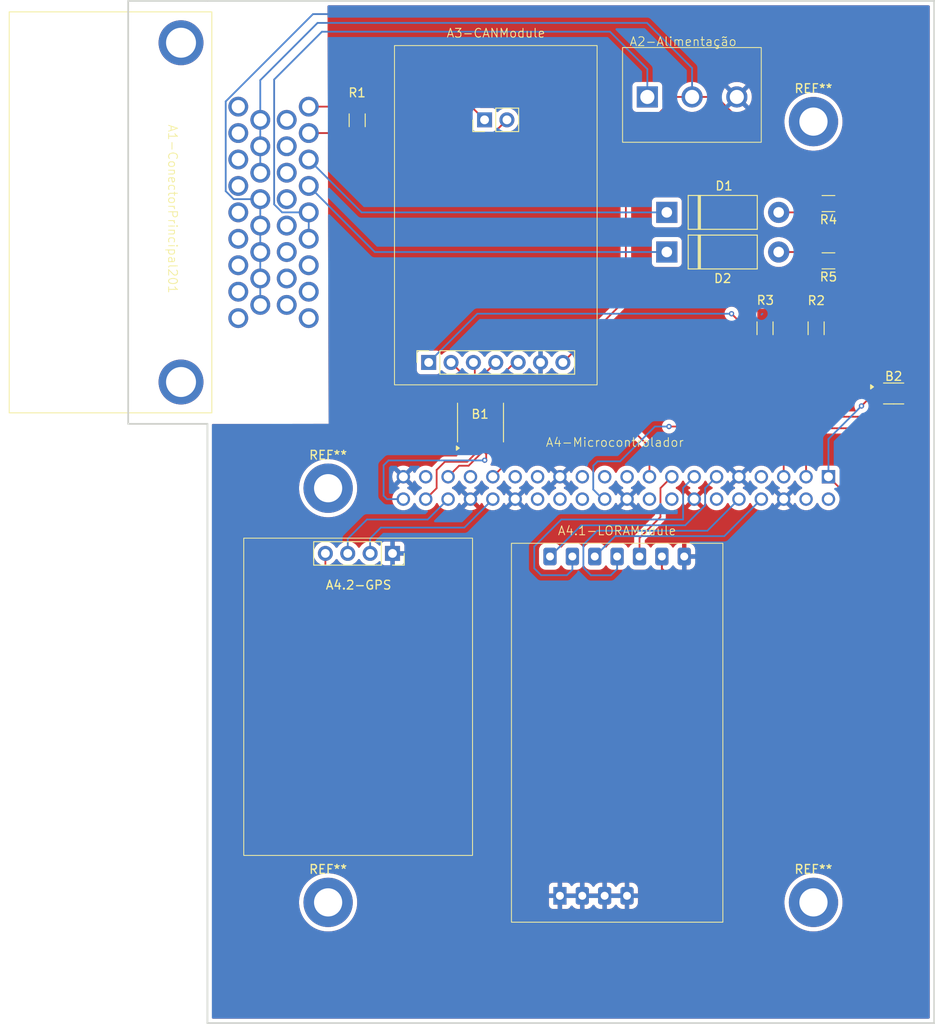
<source format=kicad_pcb>
(kicad_pcb (version 20241229) (generator "pcbnew") (generator_version "9.0")
  (layers (0 "F.Cu" signal) (2 "B.Cu" signal) (13 "F.Paste" user) (15 "B.Paste" user) (5 "F.SilkS" user "F.Silkscreen") (7 "B.SilkS" user "B.Silkscreen") (1 "F.Mask" user) (3 "B.Mask" user) (25 "Edge.Cuts" user))
  (net 0 "")
  (net 1 "GND")
  (net 2 "VCC_12V")
  (net 4 "VCC_5V")
  (net 6 "/INT_CAN")
  (net 7 "VCC_3V")
  (net 13 "Net-(A1-ConectorPrincipal201-CAN_H)")
  (net 18 "Net-(A1-ConectorPrincipal201-CAN_L)")
  (net 23 "Net-(A1-ConectorPrincipal201-SDA)")
  (net 25 "Net-(A1-ConectorPrincipal201-SCL)")
  (net 32 "/PCB_ConectorPrincipal/SI_CAN_B2")
  (net 33 "/PCB_ConectorPrincipal/CS_CAN_B1")
  (net 34 "/PCB_ConectorPrincipal/SO_CAN_B3")
  (net 35 "Net-(A3_CANModule1-INT)")
  (net 36 "/PCB_ConectorPrincipal/SCK_CAN_B4")
  (net 37 "/SCK_CAN_A4")
  (net 39 "/CS_CAN_A1")
  (net 41 "/SO_CAN_A3")
  (net 42 "/SI_CAN_A2")
  (net 44 "/PCB_ConectorPrincipal/SDA_Conector_B1")
  (net 45 "/SCL_Conector")
  (net 46 "/PCB_ConectorPrincipal/SCL_Conector_B2")
  (net 47 "/SDA_Conector")
  (net 49 "Net-(D1-C)")
  (net 50 "Net-(D2-C)")
  (net 51 "/AUX_LORA")
  (net 68 "/TX_GPS")
  (net 69 "/M0_LORA")
  (net 70 "/RX_LORA")
  (net 71 "/TX_LORA")
  (net 72 "/M1_LORA")
  (net 73 "/RX_GPS")
  (footprint "MountingHole:MountingHole_3.2mm_M3_DIN965_Pad" (layer "F.Cu") (at 149.3 145.3)
    (property "Reference" "REF**" (at 0 -3.75 0) (layer "F.SilkS"))
    (property "Value" "MountingHole_3.2mm_M3_DIN965_Pad" (hide yes))
    (pad "1" thru_hole circle (at 0 0) (size 5.6 5.6) (drill 3.2) (layers "*.Cu" "*.Mask"))
  )
  (footprint "Connector_PinSocket_2.54mm:PinSocket_1x04_P2.54mm_Vertical" (layer "F.Cu") (at 97.62 121.97 -90)
    (property "Reference" "A4.2-GPS" (at -12.68 -0.04 0) (layer "F.SilkS"))
    (property "Value" "GY-NEO6MV2")
    (fp_line (start -17.6 5.06) (end -14.94 5.06) (stroke (width 0.12)) (layer "F.SilkS"))
    (fp_line (start -17.6 -2.62) (end -17.6 5.06) (stroke (width 0.12)) (layer "F.SilkS"))
    (fp_line (start -17.6 -2.62) (end -14.94 -2.62) (stroke (width 0.12)) (layer "F.SilkS"))
    (fp_line (start -14.94 -2.62) (end -14.94 5.06) (stroke (width 0.12)) (layer "F.SilkS"))
    (fp_line (start -16.27 -5.22) (end -14.94 -5.22) (stroke (width 0.12)) (layer "F.SilkS"))
    (fp_line (start -14.94 -5.22) (end -14.94 -3.89) (stroke (width 0.12)) (layer "F.SilkS"))
    (fp_rect (start -18 -12.975) (end 18 13) (stroke (width 0.1)) (fill no) (layer "F.SilkS"))
    (pad "1" thru_hole rect (at -16.27 -3.89 270) (size 1.7 1.7) (drill 1) (layers "*.Cu" "*.Mask") (net 1 "GND"))
    (pad "2" thru_hole circle (at -16.27 -1.35 270) (size 1.7 1.7) (drill 1) (layers "*.Cu" "*.Mask") (net 68 "/TX_GPS"))
    (pad "3" thru_hole circle (at -16.27 1.19 270) (size 1.7 1.7) (drill 1) (layers "*.Cu" "*.Mask") (net 73 "/RX_GPS"))
    (pad "4" thru_hole circle (at -16.27 3.73 270) (size 1.7 1.7) (drill 1) (layers "*.Cu" "*.Mask") (net 7 "VCC_3V"))
  )
  (footprint "Conector_Principal_Carro:Conector_Raspberry_PI_5" (layer "F.Cu") (at 126.76 98.5 180)
    (property "Reference" "A4-Microcontrolador" (at 0.01 5.4 0) (layer "F.SilkS") (effects (font (thickness 0.1))))
    (property "Value" "RASPBERRY_PI_5")
    (pad "1" thru_hole rect (at -24.24 1.5 180) (size 1.524 1.524) (drill 1.016) (layers "*.Cu" "*.Mask") (net 7 "VCC_3V"))
    (pad "2" thru_hole circle (at -24.24 -1.04 180) (size 1.524 1.524) (drill 1.016) (layers "*.Cu" "*.Mask"))
    (pad "3" thru_hole circle (at -21.7 1.5 180) (size 1.524 1.524) (drill 1.016) (layers "*.Cu" "*.Mask") (net 47 "/SDA_Conector"))
    (pad "4" thru_hole circle (at -21.7 -1.04 180) (size 1.524 1.524) (drill 1.016) (layers "*.Cu" "*.Mask"))
    (pad "5" thru_hole circle (at -19.16 1.5 180) (size 1.524 1.524) (drill 1.016) (layers "*.Cu" "*.Mask") (net 45 "/SCL_Conector"))
    (pad "6" thru_hole circle (at -19.16 -1.04 180) (size 1.524 1.524) (drill 1.016) (layers "*.Cu" "*.Mask") (net 1 "GND"))
    (pad "7" thru_hole circle (at -16.62 1.5 180) (size 1.524 1.524) (drill 1.016) (layers "*.Cu" "*.Mask"))
    (pad "8" thru_hole circle (at -16.62 -1.04 180) (size 1.524 1.524) (drill 1.016) (layers "*.Cu" "*.Mask") (net 70 "/RX_LORA"))
    (pad "9" thru_hole circle (at -14.08 1.5 180) (size 1.524 1.524) (drill 1.016) (layers "*.Cu" "*.Mask") (net 1 "GND"))
    (pad "10" thru_hole circle (at -14.08 -1.04 180) (size 1.524 1.524) (drill 1.016) (layers "*.Cu" "*.Mask") (net 71 "/TX_LORA"))
    (pad "11" thru_hole circle (at -11.54 1.5 180) (size 1.524 1.524) (drill 1.016) (layers "*.Cu" "*.Mask") (net 69 "/M0_LORA"))
    (pad "12" thru_hole circle (at -11.54 -1.04 180) (size 1.524 1.524) (drill 1.016) (layers "*.Cu" "*.Mask"))
    (pad "13" thru_hole circle (at -9 1.5 180) (size 1.524 1.524) (drill 1.016) (layers "*.Cu" "*.Mask") (net 72 "/M1_LORA"))
    (pad "14" thru_hole circle (at -9 -1.04 180) (size 1.524 1.524) (drill 1.016) (layers "*.Cu" "*.Mask") (net 1 "GND"))
    (pad "15" thru_hole circle (at -6.46 1.5 180) (size 1.524 1.524) (drill 1.016) (layers "*.Cu" "*.Mask") (net 51 "/AUX_LORA"))
    (pad "16" thru_hole circle (at -6.46 -1.04 180) (size 1.524 1.524) (drill 1.016) (layers "*.Cu" "*.Mask"))
    (pad "17" thru_hole circle (at -3.92 1.5 180) (size 1.524 1.524) (drill 1.016) (layers "*.Cu" "*.Mask") (net 7 "VCC_3V"))
    (pad "18" thru_hole circle (at -3.92 -1.04 180) (size 1.524 1.524) (drill 1.016) (layers "*.Cu" "*.Mask"))
    (pad "19" thru_hole circle (at -1.38 1.5 180) (size 1.524 1.524) (drill 1.016) (layers "*.Cu" "*.Mask"))
    (pad "20" thru_hole circle (at -1.38 -1.04 180) (size 1.524 1.524) (drill 1.016) (layers "*.Cu" "*.Mask") (net 1 "GND"))
    (pad "21" thru_hole circle (at 1.16 1.5 180) (size 1.524 1.524) (drill 1.016) (layers "*.Cu" "*.Mask"))
    (pad "22" thru_hole circle (at 1.16 -1.04 180) (size 1.524 1.524) (drill 1.016) (layers "*.Cu" "*.Mask") (net 6 "/INT_CAN"))
    (pad "23" thru_hole circle (at 3.7 1.5 180) (size 1.524 1.524) (drill 1.016) (layers "*.Cu" "*.Mask"))
    (pad "24" thru_hole circle (at 3.7 -1.04 180) (size 1.524 1.524) (drill 1.016) (layers "*.Cu" "*.Mask"))
    (pad "25" thru_hole circle (at 6.24 1.5 180) (size 1.524 1.524) (drill 1.016) (layers "*.Cu" "*.Mask") (net 1 "GND"))
    (pad "26" thru_hole circle (at 6.24 -1.04 180) (size 1.524 1.524) (drill 1.016) (layers "*.Cu" "*.Mask"))
    (pad "27" thru_hole circle (at 8.78 1.5 180) (size 1.524 1.524) (drill 1.016) (layers "*.Cu" "*.Mask"))
    (pad "28" thru_hole circle (at 8.78 -1.04 180) (size 1.524 1.524) (drill 1.016) (layers "*.Cu" "*.Mask"))
    (pad "29" thru_hole circle (at 11.32 1.5 180) (size 1.524 1.524) (drill 1.016) (layers "*.Cu" "*.Mask"))
    (pad "30" thru_hole circle (at 11.32 -1.04 180) (size 1.524 1.524) (drill 1.016) (layers "*.Cu" "*.Mask") (net 1 "GND"))
    (pad "31" thru_hole circle (at 13.86 1.5 180) (size 1.524 1.524) (drill 1.016) (layers "*.Cu" "*.Mask") (net 39 "/CS_CAN_A1"))
    (pad "32" thru_hole circle (at 13.86 -1.04 180) (size 1.524 1.524) (drill 1.016) (layers "*.Cu" "*.Mask") (net 68 "/TX_GPS"))
    (pad "33" thru_hole circle (at 16.4 1.5 180) (size 1.524 1.524) (drill 1.016) (layers "*.Cu" "*.Mask"))
    (pad "34" thru_hole circle (at 16.4 -1.04 180) (size 1.524 1.524) (drill 1.016) (layers "*.Cu" "*.Mask") (net 1 "GND"))
    (pad "35" thru_hole circle (at 18.94 1.5 180) (size 1.524 1.524) (drill 1.016) (layers "*.Cu" "*.Mask") (net 41 "/SO_CAN_A3"))
    (pad "36" thru_hole circle (at 18.94 -1.04 180) (size 1.524 1.524) (drill 1.016) (layers "*.Cu" "*.Mask") (net 73 "/RX_GPS"))
    (pad "37" thru_hole circle (at 21.48 1.5 180) (size 1.524 1.524) (drill 1.016) (layers "*.Cu" "*.Mask"))
    (pad "38" thru_hole circle (at 21.48 -1.04 180) (size 1.524 1.524) (drill 1.016) (layers "*.Cu" "*.Mask") (net 42 "/SI_CAN_A2"))
    (pad "39" thru_hole circle (at 24.02 1.5 180) (size 1.524 1.524) (drill 1.016) (layers "*.Cu" "*.Mask") (net 1 "GND"))
    (pad "40" thru_hole circle (at 24.02 -1.04 180) (size 1.524 1.524) (drill 1.016) (layers "*.Cu" "*.Mask") (net 37 "/SCK_CAN_A4"))
  )
  (footprint "Resistor_SMD:R_1206_3216Metric_Pad1.30x1.75mm_HandSolder" (layer "F.Cu") (at 97.5 56.55 90)
    (property "Reference" "R1" (at 3.12 -0.01 180) (layer "F.SilkS"))
    (property "Value" "120Ω")
    (fp_line (start -0.727064 -0.91) (end 0.727064 -0.91) (stroke (width 0.12)) (layer "F.SilkS"))
    (fp_line (start -0.727064 0.91) (end 0.727064 0.91) (stroke (width 0.12)) (layer "F.SilkS"))
    (pad "1" smd roundrect (at -1.55 0 90) (size 1.3 1.75) (layers "F.Cu" "F.Mask" "F.Paste") (roundrect_rratio 0.192308) (net 18 "Net-(A1-ConectorPrincipal201-CAN_L)"))
    (pad "2" smd roundrect (at 1.55 0 90) (size 1.3 1.75) (layers "F.Cu" "F.Mask" "F.Paste") (roundrect_rratio 0.192308) (net 13 "Net-(A1-ConectorPrincipal201-CAN_H)"))
  )
  (footprint "MountingHole:MountingHole_3.2mm_M3_DIN965_Pad" (layer "F.Cu") (at 94.2 98.3)
    (property "Reference" "REF**" (at 0 -3.75 0) (layer "F.SilkS"))
    (property "Value" "MountingHole_3.2mm_M3_DIN965_Pad" (hide yes))
    (pad "1" thru_hole circle (at 0 0) (size 5.6 5.6) (drill 3.2) (layers "*.Cu" "*.Mask"))
  )
  (footprint "Diodo:P1_DO-15" (layer "F.Cu") (at 132.65 71.5)
    (property "Reference" "D2" (at 6.35 3 0) (layer "F.SilkS"))
    (property "Value" "Diode")
    (fp_line (start 2.43 -1.92) (end 2.43 1.92) (stroke (width 0.12)) (layer "F.SilkS"))
    (fp_line (start 2.43 1.92) (end 10.27 1.92) (stroke (width 0.12)) (layer "F.SilkS"))
    (fp_line (start 3.57 -1.92) (end 3.57 1.92) (stroke (width 0.12)) (layer "F.SilkS"))
    (fp_line (start 3.69 -1.92) (end 3.69 1.92) (stroke (width 0.12)) (layer "F.SilkS"))
    (fp_line (start 3.81 -1.92) (end 3.81 1.92) (stroke (width 0.12)) (layer "F.SilkS"))
    (fp_line (start 10.27 -1.92) (end 2.43 -1.92) (stroke (width 0.12)) (layer "F.SilkS"))
    (fp_line (start 10.27 1.92) (end 10.27 -1.92) (stroke (width 0.12)) (layer "F.SilkS"))
    (pad "1" thru_hole rect (at 0 0) (size 2.4 2.4) (drill 1.2) (layers "*.Cu" "*.Mask") (net 25 "Net-(A1-ConectorPrincipal201-SCL)"))
    (pad "2" thru_hole oval (at 12.7 0) (size 2.4 2.4) (drill 1.2) (layers "*.Cu" "*.Mask") (net 50 "Net-(D2-C)"))
  )
  (footprint "Resistor_SMD:R_1206_3216Metric_Pad1.30x1.75mm_HandSolder" (layer "F.Cu") (at 143.8 80.15 90)
    (property "Reference" "R3" (at 3.17 0.04 180) (layer "F.SilkS"))
    (property "Value" "1KΩ")
    (fp_line (start -0.727064 -0.91) (end 0.727064 -0.91) (stroke (width 0.12)) (layer "F.SilkS"))
    (fp_line (start -0.727064 0.91) (end 0.727064 0.91) (stroke (width 0.12)) (layer "F.SilkS"))
    (pad "1" smd roundrect (at -1.55 0 90) (size 1.3 1.75) (layers "F.Cu" "F.Mask" "F.Paste") (roundrect_rratio 0.192308) (net 35 "Net-(A3_CANModule1-INT)"))
    (pad "2" smd roundrect (at 1.55 0 90) (size 1.3 1.75) (layers "F.Cu" "F.Mask" "F.Paste") (roundrect_rratio 0.192308) (net 6 "/INT_CAN"))
  )
  (footprint "Can_Module:MCP2515" (layer "F.Cu") (at 113.235 86.57 90)
    (property "Reference" "A3-CANModule" (at 39.91 0.015 0) (layer "F.SilkS") (effects (font (thickness 0.1))))
    (property "Value" "MCP2515")
    (fp_line (start 3.87 -8.95) (end 3.87 -7.62) (stroke (width 0.12)) (layer "F.SilkS"))
    (fp_line (start 2.54 -8.95) (end 3.87 -8.95) (stroke (width 0.12)) (layer "F.SilkS"))
    (fp_line (start 3.87 -6.35) (end 3.87 8.95) (stroke (width 0.12)) (layer "F.SilkS"))
    (fp_line (start 1.21 -6.35) (end 3.87 -6.35) (stroke (width 0.12)) (layer "F.SilkS"))
    (fp_line (start 1.21 -6.35) (end 1.21 8.95) (stroke (width 0.12)) (layer "F.SilkS"))
    (fp_line (start 28.74 -2.605) (end 30.07 -2.605) (stroke (width 0.12)) (layer "F.SilkS"))
    (fp_line (start 28.74 -1.275) (end 28.74 -2.605) (stroke (width 0.12)) (layer "F.SilkS"))
    (fp_line (start 31.4 -0.005) (end 31.4 2.595) (stroke (width 0.12)) (layer "F.SilkS"))
    (fp_line (start 28.74 -0.005) (end 31.4 -0.005) (stroke (width 0.12)) (layer "F.SilkS"))
    (fp_line (start 28.74 -0.005) (end 28.74 2.595) (stroke (width 0.12)) (layer "F.SilkS"))
    (fp_line (start 28.74 2.595) (end 31.4 2.595) (stroke (width 0.12)) (layer "F.SilkS"))
    (fp_line (start 1.21 8.95) (end 3.87 8.95) (stroke (width 0.12)) (layer "F.SilkS"))
    (fp_rect (start 0 -11.5) (end 38.5 11.5) (stroke (width 0.1)) (fill no) (layer "F.SilkS"))
    (pad "1" thru_hole rect (at 2.54 -7.62 90) (size 1.7 1.7) (drill 1) (layers "*.Cu" "*.Mask") (net 35 "Net-(A3_CANModule1-INT)"))
    (pad "2" thru_hole oval (at 2.54 -5.08 90) (size 1.7 1.7) (drill 1) (layers "*.Cu" "*.Mask") (net 33 "/PCB_ConectorPrincipal/CS_CAN_B1"))
    (pad "3" thru_hole oval (at 2.54 -2.54 90) (size 1.7 1.7) (drill 1) (layers "*.Cu" "*.Mask") (net 32 "/PCB_ConectorPrincipal/SI_CAN_B2"))
    (pad "4" thru_hole oval (at 2.54 0 90) (size 1.7 1.7) (drill 1) (layers "*.Cu" "*.Mask") (net 34 "/PCB_ConectorPrincipal/SO_CAN_B3"))
    (pad "5" thru_hole oval (at 2.54 2.54 90) (size 1.7 1.7) (drill 1) (layers "*.Cu" "*.Mask") (net 36 "/PCB_ConectorPrincipal/SCK_CAN_B4"))
    (pad "6" thru_hole oval (at 2.54 5.08 90) (size 1.7 1.7) (drill 1) (layers "*.Cu" "*.Mask") (net 1 "GND"))
    (pad "7" thru_hole oval (at 2.54 7.62 90) (size 1.7 1.7) (drill 1) (layers "*.Cu" "*.Mask") (net 4 "VCC_5V"))
    (pad "8" thru_hole rect (at 30.07 -1.275 90) (size 1.7 1.7) (drill 1) (layers "*.Cu" "*.Mask") (net 13 "Net-(A1-ConectorPrincipal201-CAN_H)"))
    (pad "9" thru_hole oval (at 30.07 1.265 90) (size 1.7 1.7) (drill 1) (layers "*.Cu" "*.Mask") (net 18 "Net-(A1-ConectorPrincipal201-CAN_L)"))
  )
  (footprint "Resistor_SMD:R_1206_3216Metric_Pad1.30x1.75mm_HandSolder" (layer "F.Cu") (at 149.6 80.15 90)
    (property "Reference" "R2" (at 3.14 0.02 180) (layer "F.SilkS"))
    (property "Value" "2KΩ")
    (fp_line (start -0.727064 -0.91) (end 0.727064 -0.91) (stroke (width 0.12)) (layer "F.SilkS"))
    (fp_line (start -0.727064 0.91) (end 0.727064 0.91) (stroke (width 0.12)) (layer "F.SilkS"))
    (pad "1" smd roundrect (at -1.55 0 90) (size 1.3 1.75) (layers "F.Cu" "F.Mask" "F.Paste") (roundrect_rratio 0.192308) (net 6 "/INT_CAN"))
    (pad "2" smd roundrect (at 1.55 0 90) (size 1.3 1.75) (layers "F.Cu" "F.Mask" "F.Paste") (roundrect_rratio 0.192308) (net 1 "GND"))
  )
  (footprint "Diodo:P1_DO-15" (layer "F.Cu") (at 132.65 67)
    (property "Reference" "D1" (at 6.5 -3 0) (layer "F.SilkS"))
    (property "Value" "Diode")
    (fp_line (start 2.43 -1.92) (end 2.43 1.92) (stroke (width 0.12)) (layer "F.SilkS"))
    (fp_line (start 2.43 1.92) (end 10.27 1.92) (stroke (width 0.12)) (layer "F.SilkS"))
    (fp_line (start 3.57 -1.92) (end 3.57 1.92) (stroke (width 0.12)) (layer "F.SilkS"))
    (fp_line (start 3.69 -1.92) (end 3.69 1.92) (stroke (width 0.12)) (layer "F.SilkS"))
    (fp_line (start 3.81 -1.92) (end 3.81 1.92) (stroke (width 0.12)) (layer "F.SilkS"))
    (fp_line (start 10.27 -1.92) (end 2.43 -1.92) (stroke (width 0.12)) (layer "F.SilkS"))
    (fp_line (start 10.27 1.92) (end 10.27 -1.92) (stroke (width 0.12)) (layer "F.SilkS"))
    (pad "1" thru_hole rect (at 0 0) (size 2.4 2.4) (drill 1.2) (layers "*.Cu" "*.Mask") (net 23 "Net-(A1-ConectorPrincipal201-SDA)"))
    (pad "2" thru_hole oval (at 12.7 0) (size 2.4 2.4) (drill 1.2) (layers "*.Cu" "*.Mask") (net 49 "Net-(D1-C)"))
  )
  (footprint "MountingHole:MountingHole_3.2mm_M3_DIN965_Pad" (layer "F.Cu") (at 94.2 145.3)
    (property "Reference" "REF**" (at 0 -3.75 0) (layer "F.SilkS"))
    (property "Value" "MountingHole_3.2mm_M3_DIN965_Pad" (hide yes))
    (pad "1" thru_hole circle (at 0 0) (size 5.6 5.6) (drill 3.2) (layers "*.Cu" "*.Mask"))
  )
  (footprint "Package_SO:TSSOP-14_4.4x5mm_P0.65mm" (layer "F.Cu") (at 111.5 90.85 90)
    (property "Reference" "B1" (at 0.95 -0.05 180) (layer "F.SilkS"))
    (property "Value" "TXB0104PW")
    (fp_line (start 0 -2.61) (end 2.2 -2.61) (stroke (width 0.12)) (layer "F.SilkS"))
    (fp_line (start 0 -2.61) (end -2.2 -2.61) (stroke (width 0.12)) (layer "F.SilkS"))
    (fp_line (start 0 2.61) (end 2.2 2.61) (stroke (width 0.12)) (layer "F.SilkS"))
    (fp_line (start 0 2.61) (end -2.2 2.61) (stroke (width 0.12)) (layer "F.SilkS"))
    (fp_poly (pts (xy -2.9 -2.41) (xy -3.14 -2.74) (xy -2.66 -2.74)) (stroke (width 0.12)) (fill yes) (layer "F.SilkS"))
    (pad "1" smd roundrect (at -2.8625 -1.95 90) (size 1.475 0.4) (layers "F.Cu" "F.Mask" "F.Paste") (net 7 "VCC_3V"))
    (pad "2" smd roundrect (at -2.8625 -1.3 90) (size 1.475 0.4) (layers "F.Cu" "F.Mask" "F.Paste") (net 39 "/CS_CAN_A1"))
    (pad "3" smd roundrect (at -2.8625 -0.65 90) (size 1.475 0.4) (layers "F.Cu" "F.Mask" "F.Paste") (net 42 "/SI_CAN_A2"))
    (pad "4" smd roundrect (at -2.8625 0 90) (size 1.475 0.4) (layers "F.Cu" "F.Mask" "F.Paste") (net 41 "/SO_CAN_A3"))
    (pad "5" smd roundrect (at -2.8625 0.65 90) (size 1.475 0.4) (layers "F.Cu" "F.Mask" "F.Paste") (net 37 "/SCK_CAN_A4"))
    (pad "6" smd roundrect (at -2.8625 1.3 90) (size 1.475 0.4) (layers "F.Cu" "F.Mask" "F.Paste"))
    (pad "7" smd roundrect (at -2.8625 1.95 90) (size 1.475 0.4) (layers "F.Cu" "F.Mask" "F.Paste") (net 1 "GND"))
    (pad "8" smd roundrect (at 2.8625 1.95 90) (size 1.475 0.4) (layers "F.Cu" "F.Mask" "F.Paste"))
    (pad "9" smd roundrect (at 2.8625 1.3 90) (size 1.475 0.4) (layers "F.Cu" "F.Mask" "F.Paste"))
    (pad "10" smd roundrect (at 2.8625 0.65 90) (size 1.475 0.4) (layers "F.Cu" "F.Mask" "F.Paste") (net 36 "/PCB_ConectorPrincipal/SCK_CAN_B4"))
    (pad "11" smd roundrect (at 2.8625 0 90) (size 1.475 0.4) (layers "F.Cu" "F.Mask" "F.Paste") (net 34 "/PCB_ConectorPrincipal/SO_CAN_B3"))
    (pad "12" smd roundrect (at 2.8625 -0.65 90) (size 1.475 0.4) (layers "F.Cu" "F.Mask" "F.Paste") (net 32 "/PCB_ConectorPrincipal/SI_CAN_B2"))
    (pad "13" smd roundrect (at 2.8625 -1.3 90) (size 1.475 0.4) (layers "F.Cu" "F.Mask" "F.Paste") (net 33 "/PCB_ConectorPrincipal/CS_CAN_B1"))
    (pad "14" smd roundrect (at 2.8625 -1.95 90) (size 1.475 0.4) (layers "F.Cu" "F.Mask" "F.Paste") (net 4 "VCC_5V"))
  )
  (footprint "Conector_Principal_Carro:Conector_Principal" (layer "F.Cu") (at 76.05 66.62 -90)
    (property "Reference" "A1-ConectorPrincipal201" (at 0 -0.5 270) (layer "F.SilkS") (effects (font (thickness 0.1))))
    (property "Value" "3-6437285-0")
    (fp_line (start -22.37 18.05) (end -22.37 -4.95) (stroke (width 0.1)) (layer "F.SilkS"))
    (fp_line (start 23.13 18.05) (end -22.37 18.05) (stroke (width 0.1)) (layer "F.SilkS"))
    (fp_line (start -22.37 -4.95) (end 23.13 -4.95) (stroke (width 0.1)) (layer "F.SilkS"))
    (fp_line (start 23.13 -4.95) (end 23.13 18.05) (stroke (width 0.1)) (layer "F.SilkS"))
    (pad "1" thru_hole circle (at -11.62 -7.95 270) (size 2.25 2.25) (drill 1.5) (layers "*.Cu" "*.Mask"))
    (pad "2" thru_hole circle (at -8.62 -7.95 270) (size 2.25 2.25) (drill 1.5) (layers "*.Cu" "*.Mask"))
    (pad "3" thru_hole circle (at -5.62 -7.95 270) (size 2.25 2.25) (drill 1.5) (layers "*.Cu" "*.Mask"))
    (pad "4" thru_hole circle (at -2.62 -7.95 270) (size 2.25 2.25) (drill 1.5) (layers "*.Cu" "*.Mask"))
    (pad "5" thru_hole circle (at 0.38 -7.95 270) (size 2.25 2.25) (drill 1.5) (layers "*.Cu" "*.Mask"))
    (pad "6" thru_hole circle (at 3.38 -7.95 270) (size 2.25 2.25) (drill 1.5) (layers "*.Cu" "*.Mask"))
    (pad "7" thru_hole circle (at 6.38 -7.95 270) (size 2.25 2.25) (drill 1.5) (layers "*.Cu" "*.Mask"))
    (pad "8" thru_hole circle (at 9.38 -7.95 270) (size 2.25 2.25) (drill 1.5) (layers "*.Cu" "*.Mask"))
    (pad "9" thru_hole circle (at 12.38 -7.95 270) (size 2.25 2.25) (drill 1.5) (layers "*.Cu" "*.Mask"))
    (pad "10" thru_hole circle (at -10.12 -10.45 270) (size 2.25 2.25) (drill 1.5) (layers "*.Cu" "*.Mask") (net 4 "VCC_5V"))
    (pad "11" thru_hole circle (at -7.12 -10.45 270) (size 2.25 2.25) (drill 1.5) (layers "*.Cu" "*.Mask") (net 4 "VCC_5V"))
    (pad "12" thru_hole circle (at -4.12 -10.45 270) (size 2.25 2.25) (drill 1.5) (layers "*.Cu" "*.Mask") (net 4 "VCC_5V"))
    (pad "13" thru_hole circle (at -1.12 -10.45 270) (size 2.25 2.25) (drill 1.5) (layers "*.Cu" "*.Mask") (net 1 "GND"))
    (pad "14" thru_hole circle (at 1.88 -10.45 270) (size 2.25 2.25) (drill 1.5) (layers "*.Cu" "*.Mask") (net 1 "GND"))
    (pad "15" thru_hole circle (at 4.88 -10.45 270) (size 2.25 2.25) (drill 1.5) (layers "*.Cu" "*.Mask") (net 1 "GND"))
    (pad "16" thru_hole circle (at 7.88 -10.45 270) (size 2.25 2.25) (drill 1.5) (layers "*.Cu" "*.Mask") (net 1 "GND"))
    (pad "17" thru_hole circle (at 10.88 -10.45 270) (size 2.25 2.25) (drill 1.5) (layers "*.Cu" "*.Mask") (net 1 "GND"))
    (pad "18" thru_hole circle (at -10.12 -13.45 270) (size 2.25 2.25) (drill 1.5) (layers "*.Cu" "*.Mask"))
    (pad "19" thru_hole circle (at -7.12 -13.45 270) (size 2.25 2.25) (drill 1.5) (layers "*.Cu" "*.Mask"))
    (pad "20" thru_hole circle (at -4.12 -13.45 270) (size 2.25 2.25) (drill 1.5) (layers "*.Cu" "*.Mask"))
    (pad "21" thru_hole circle (at -1.12 -13.45 270) (size 2.25 2.25) (drill 1.5) (layers "*.Cu" "*.Mask"))
    (pad "22" thru_hole circle (at 1.88 -13.45 270) (size 2.25 2.25) (drill 1.5) (layers "*.Cu" "*.Mask"))
    (pad "23" thru_hole circle (at 4.88 -13.45 270) (size 2.25 2.25) (drill 1.5) (layers "*.Cu" "*.Mask"))
    (pad "24" thru_hole circle (at 7.88 -13.45 270) (size 2.25 2.25) (drill 1.5) (layers "*.Cu" "*.Mask"))
    (pad "25" thru_hole circle (at 10.88 -13.45 270) (size 2.25 2.25) (drill 1.5) (layers "*.Cu" "*.Mask"))
    (pad "26" thru_hole circle (at -11.62 -15.95 270) (size 2.25 2.25) (drill 1.5) (layers "*.Cu" "*.Mask") (net 13 "Net-(A1-ConectorPrincipal201-CAN_H)"))
    (pad "27" thru_hole circle (at -8.62 -15.95 270) (size 2.25 2.25) (drill 1.5) (layers "*.Cu" "*.Mask") (net 18 "Net-(A1-ConectorPrincipal201-CAN_L)"))
    (pad "28" thru_hole circle (at -5.62 -15.95 270) (size 2.25 2.25) (drill 1.5) (layers "*.Cu" "*.Mask") (net 23 "Net-(A1-ConectorPrincipal201-SDA)"))
    (pad "29" thru_hole circle (at -2.62 -15.95 270) (size 2.25 2.25) (drill 1.5) (layers "*.Cu" "*.Mask") (net 25 "Net-(A1-ConectorPrincipal201-SCL)"))
    (pad "30" thru_hole circle (at 0.38 -15.95 270) (size 2.25 2.25) (drill 1.5) (layers "*.Cu" "*.Mask") (net 2 "VCC_12V"))
    (pad "31" thru_hole circle (at 3.38 -15.95 270) (size 2.25 2.25) (drill 1.5) (layers "*.Cu" "*.Mask") (net 2 "VCC_12V"))
    (pad "32" thru_hole circle (at 6.38 -15.95 270) (size 2.25 2.25) (drill 1.5) (layers "*.Cu" "*.Mask"))
    (pad "33" thru_hole circle (at 9.38 -15.95 270) (size 2.25 2.25) (drill 1.5) (layers "*.Cu" "*.Mask"))
    (pad "34" thru_hole circle (at 12.38 -15.95 270) (size 2.25 2.25) (drill 1.5) (layers "*.Cu" "*.Mask"))
    (pad "MH1" thru_hole circle (at -18.87 -1.45 270) (size 5.1 5.1) (drill 3.4) (layers "*.Cu" "*.Mask"))
    (pad "MH2" thru_hole circle (at 19.63 -1.45 270) (size 5.1 5.1) (drill 3.4) (layers "*.Cu" "*.Mask"))
  )
  (footprint "Resistor_SMD:R_1206_3216Metric_Pad1.30x1.75mm_HandSolder" (layer "F.Cu") (at 151 66 180)
    (property "Reference" "R4" (at 0 -1.83 0) (layer "F.SilkS"))
    (property "Value" "100Ω")
    (fp_line (start -0.727064 0.91) (end 0.727064 0.91) (stroke (width 0.12)) (layer "F.SilkS"))
    (fp_line (start -0.727064 -0.91) (end 0.727064 -0.91) (stroke (width 0.12)) (layer "F.SilkS"))
    (pad "1" smd roundrect (at -1.55 0 180) (size 1.3 1.75) (layers "F.Cu" "F.Mask" "F.Paste") (roundrect_rratio 0.192308) (net 44 "/PCB_ConectorPrincipal/SDA_Conector_B1"))
    (pad "2" smd roundrect (at 1.55 0 180) (size 1.3 1.75) (layers "F.Cu" "F.Mask" "F.Paste") (roundrect_rratio 0.192308) (net 49 "Net-(D1-C)"))
  )
  (footprint "MountingHole:MountingHole_3.2mm_M3_DIN965_Pad" (layer "F.Cu") (at 149.3 56.7)
    (property "Reference" "REF**" (at 0 -3.75 0) (layer "F.SilkS"))
    (property "Value" "MountingHole_3.2mm_M3_DIN965_Pad" (hide yes))
    (pad "1" thru_hole circle (at 0 0) (size 5.6 5.6) (drill 3.2) (layers "*.Cu" "*.Mask"))
  )
  (footprint "Resistor_SMD:R_1206_3216Metric_Pad1.30x1.75mm_HandSolder" (layer "F.Cu") (at 151 72.5 180)
    (property "Reference" "R5" (at 0 -1.83 0) (layer "F.SilkS"))
    (property "Value" "100Ω")
    (fp_line (start -0.727064 0.91) (end 0.727064 0.91) (stroke (width 0.12)) (layer "F.SilkS"))
    (fp_line (start -0.727064 -0.91) (end 0.727064 -0.91) (stroke (width 0.12)) (layer "F.SilkS"))
    (pad "1" smd roundrect (at -1.55 0 180) (size 1.3 1.75) (layers "F.Cu" "F.Mask" "F.Paste") (roundrect_rratio 0.192308) (net 46 "/PCB_ConectorPrincipal/SCL_Conector_B2"))
    (pad "2" smd roundrect (at 1.55 0 180) (size 1.3 1.75) (layers "F.Cu" "F.Mask" "F.Paste") (roundrect_rratio 0.192308) (net 50 "Net-(D2-C)"))
  )
  (footprint "Package_SO:VSSOP-8_2.3x2mm_P0.5mm" (layer "F.Cu") (at 158.4 87.55)
    (property "Reference" "B2" (at 0 -1.95 0) (layer "F.SilkS"))
    (property "Value" "TXB0102DCU")
    (fp_line (start 0 -1.185) (end -1.15 -1.185) (stroke (width 0.12)) (layer "F.SilkS"))
    (fp_line (start 0 -1.185) (end 1.15 -1.185) (stroke (width 0.12)) (layer "F.SilkS"))
    (fp_line (start 0 1.185) (end -1.15 1.185) (stroke (width 0.12)) (layer "F.SilkS"))
    (fp_line (start 0 1.185) (end 1.15 1.185) (stroke (width 0.12)) (layer "F.SilkS"))
    (fp_poly (pts (xy -2.285 -0.75) (xy -2.615 -0.51) (xy -2.615 -0.99)) (stroke (width 0.12)) (fill yes) (layer "F.SilkS"))
    (pad "1" smd roundrect (at -1.4 -0.75) (size 1.25 0.35) (layers "F.Cu" "F.Mask" "F.Paste") (net 46 "/PCB_ConectorPrincipal/SCL_Conector_B2"))
    (pad "2" smd roundrect (at -1.4 -0.25) (size 1.25 0.35) (layers "F.Cu" "F.Mask" "F.Paste") (net 1 "GND"))
    (pad "3" smd roundrect (at -1.4 0.25) (size 1.25 0.35) (layers "F.Cu" "F.Mask" "F.Paste") (net 7 "VCC_3V"))
    (pad "4" smd roundrect (at -1.4 0.75) (size 1.25 0.35) (layers "F.Cu" "F.Mask" "F.Paste") (net 45 "/SCL_Conector"))
    (pad "5" smd roundrect (at 1.4 0.75) (size 1.25 0.35) (layers "F.Cu" "F.Mask" "F.Paste") (net 47 "/SDA_Conector"))
    (pad "6" smd roundrect (at 1.4 0.25) (size 1.25 0.35) (layers "F.Cu" "F.Mask" "F.Paste"))
    (pad "7" smd roundrect (at 1.4 -0.25) (size 1.25 0.35) (layers "F.Cu" "F.Mask" "F.Paste") (net 4 "VCC_5V"))
    (pad "8" smd roundrect (at 1.4 -0.75) (size 1.25 0.35) (layers "F.Cu" "F.Mask" "F.Paste") (net 44 "/PCB_ConectorPrincipal/SDA_Conector_B1"))
  )
  (footprint "Modulo_LORA:E22-900T30D" (layer "F.Cu") (at 127.014126 126.05)
    (property "Reference" "A4.1-LORAModule" (at -0.014126 -22.92 0) (layer "F.SilkS") (effects (font (thickness 0.1))))
    (property "Value" "E22-900T30D")
    (fp_rect (start -12 -21.5) (end 12 21.5) (stroke (width 0.1)) (fill no) (layer "F.SilkS"))
    (pad "1" thru_hole roundrect (at -7.624126 -20) (size 1.5 2) (drill 0.9) (layers "*.Cu" "*.Mask") (roundrect_rratio 0.1968503937) (net 69 "/M0_LORA"))
    (pad "2" thru_hole roundrect (at -5.084126 -20) (size 1.5 2) (drill 0.9) (layers "*.Cu" "*.Mask") (roundrect_rratio 0.1968503937) (net 72 "/M1_LORA"))
    (pad "3" thru_hole roundrect (at -2.544126 -20) (size 1.5 2) (drill 0.9) (layers "*.Cu" "*.Mask") (roundrect_rratio 0.1968503937) (net 70 "/RX_LORA"))
    (pad "4" thru_hole roundrect (at -0.004126 -20) (size 1.5 2) (drill 0.9) (layers "*.Cu" "*.Mask") (roundrect_rratio 0.1968503937) (net 71 "/TX_LORA"))
    (pad "5" thru_hole roundrect (at 2.535874 -20) (size 1.5 2) (drill 0.9) (layers "*.Cu" "*.Mask") (roundrect_rratio 0.1968503937) (net 51 "/AUX_LORA"))
    (pad "6" thru_hole roundrect (at 5.075874 -20) (size 1.5 2) (drill 0.9) (layers "*.Cu" "*.Mask") (roundrect_rratio 0.1968503937) (net 7 "VCC_3V"))
    (pad "7" thru_hole roundrect (at 7.615874 -20) (size 1.5 2) (drill 0.9) (layers "*.Cu" "*.Mask") (roundrect_rratio 0.1968503937) (net 1 "GND"))
    (pad "8" thru_hole roundrect (at 1.12 18.5) (size 1.5 2) (drill 0.9) (layers "*.Cu" "*.Mask") (roundrect_rratio 0.1968503937) (net 1 "GND"))
    (pad "9" thru_hole roundrect (at -1.42 18.5) (size 1.5 2) (drill 0.9) (layers "*.Cu" "*.Mask") (roundrect_rratio 0.1968503937) (net 1 "GND"))
    (pad "10" thru_hole roundrect (at -3.96 18.5) (size 1.5 2) (drill 0.9) (layers "*.Cu" "*.Mask") (roundrect_rratio 0.1968503937) (net 1 "GND"))
    (pad "11" thru_hole rect (at -6.5 18.5) (size 1.5 2) (drill 0.9) (layers "*.Cu" "*.Mask") (net 1 "GND"))
  )
  (footprint "Alimentação_Geral:Alimentação_5_12_GND" (layer "F.Cu") (at 134.5 47.62)
    (property "Reference" "A2-Alimentação" (at 0 0 0) (layer "F.SilkS") (effects (font (thickness 0.1))))
    (property "Value" "TB007-508-03BE")
    (fp_rect (start -6.875 0.675) (end 8.875 11.425) (stroke (width 0.1)) (fill no) (layer "F.SilkS"))
    (pad "1" thru_hole rect (at -4.06 6.28) (size 2.4 2.4) (drill 1.6) (layers "*.Cu" "*.Mask") (net 2 "VCC_12V"))
    (pad "2" thru_hole circle (at 1.02 6.28) (size 2.4 2.4) (drill 1.6) (layers "*.Cu" "*.Mask") (net 4 "VCC_5V"))
    (pad "3" thru_hole circle (at 6.1 6.28) (size 2.4 2.4) (drill 1.6) (layers "*.Cu" "*.Mask") (net 1 "GND"))
  )
  (gr_line (start 163 43) (end 80.5 43) (stroke (width 0.2)) (layer "Edge.Cuts"))
  (gr_line (start 80.5 91) (end 80.5 159) (stroke (width 0.2)) (layer "Edge.Cuts"))
  (gr_line (start 71.5 91) (end 80.5 91) (stroke (width 0.2)) (layer "Edge.Cuts"))
  (gr_line (start 80.5 159) (end 163 159) (stroke (width 0.2)) (layer "Edge.Cuts"))
  (gr_line (start 163 159) (end 163 43) (stroke (width 0.2)) (layer "Edge.Cuts"))
  (gr_line (start 71.5 43) (end 71.5 91) (stroke (width 0.2)) (layer "Edge.Cuts"))
  (gr_line (start 80.5 43) (end 71.5 43) (stroke (width 0.2)) (layer "Edge.Cuts"))
  (segment (start 113.45 95.1) (end 113.55 95.2) (width 0.2) (layer "F.Cu") (net 1))
  (segment (start 113.45 93.7125) (end 113.45 95.1) (width 0.2) (layer "F.Cu") (net 1))
  (segment (start 140.901 97.159) (end 140.56 97.5) (width 0.2) (layer "F.Cu") (net 1))
  (segment (start 155.85 87.3) (end 155.7 87.15) (width 0.2) (layer "F.Cu") (net 1))
  (segment (start 157 87.3) (end 155.85 87.3) (width 0.2) (layer "F.Cu") (net 1))
  (segment (start 86.5 74.5) (end 86.5 71.5) (width 0.2) (layer "B.Cu") (net 1))
  (segment (start 131.2 44.5) (end 140.6 53.9) (width 0.2) (layer "B.Cu") (net 1))
  (segment (start 86.5 65.5) (end 83.483331 65.5) (width 0.2) (layer "B.Cu") (net 1))
  (segment (start 82.574 54.409331) (end 92.483331 44.5) (width 0.2) (layer "B.Cu") (net 1))
  (segment (start 92.483331 44.5) (end 131.2 44.5) (width 0.2) (layer "B.Cu") (net 1))
  (segment (start 86.5 77.5) (end 86.5 74.5) (width 0.2) (layer "B.Cu") (net 1))
  (segment (start 86.5 65.5) (end 86.5 68.5) (width 0.2) (layer "B.Cu") (net 1))
  (segment (start 83.483331 65.5) (end 82.574 64.590669) (width 0.2) (layer "B.Cu") (net 1))
  (segment (start 82.574 64.590669) (end 82.574 54.409331) (width 0.2) (layer "B.Cu") (net 1))
  (segment (start 86.5 71.5) (end 86.5 68.5) (width 0.2) (layer "B.Cu") (net 1))
  (segment (start 88.074 66.090669) (end 88.074 51.926) (width 0.2) (layer "B.Cu") (net 2))
  (segment (start 93.5 46.5) (end 126.2 46.5) (width 0.2) (layer "B.Cu") (net 2))
  (segment (start 130.44 52.2) (end 130.44 53.9) (width 0.2) (layer "B.Cu") (net 2))
  (segment (start 88.983331 67) (end 88.074 66.090669) (width 0.2) (layer "B.Cu") (net 2))
  (segment (start 130.44 50.74) (end 130.44 52.2) (width 0.2) (layer "B.Cu") (net 2))
  (segment (start 88.074 51.926) (end 93.5 46.5) (width 0.2) (layer "B.Cu") (net 2))
  (segment (start 126.2 46.5) (end 130.44 50.74) (width 0.2) (layer "B.Cu") (net 2))
  (segment (start 92 70) (end 92 67) (width 0.2) (layer "B.Cu") (net 2))
  (segment (start 92 67) (end 88.983331 67) (width 0.2) (layer "B.Cu") (net 2))
  (segment (start 161.25 69.75) (end 161.25 86.526848) (width 0.2) (layer "F.Cu") (net 4))
  (segment (start 101.35 87.05) (end 101.8 87.5) (width 0.2) (layer "F.Cu") (net 4))
  (segment (start 133.6 53.9) (end 128 59.5) (width 0.2) (layer "F.Cu") (net 4))
  (segment (start 135.52 53.9) (end 138.3 53.9) (width 0.2) (layer "F.Cu") (net 4))
  (segment (start 153.45 61.95) (end 161.25 69.75) (width 0.2) (layer "F.Cu") (net 4))
  (segment (start 128 59.5) (end 128 76.885) (width 0.2) (layer "F.Cu") (net 4))
  (segment (start 120.855 84.03) (end 128 76.885) (width 0.2) (layer "F.Cu") (net 4))
  (segment (start 101.35 83.9) (end 101.35 87.05) (width 0.2) (layer "F.Cu") (net 4))
  (segment (start 135.52 53.9) (end 133.6 53.9) (width 0.2) (layer "F.Cu") (net 4))
  (segment (start 128 76.885) (end 108.365 76.885) (width 0.2) (layer "F.Cu") (net 4))
  (segment (start 146.35 61.95) (end 153.45 61.95) (width 0.2) (layer "F.Cu") (net 4))
  (segment (start 160.476848 87.3) (end 159.8 87.3) (width 0.2) (layer "F.Cu") (net 4))
  (segment (start 161.25 86.526848) (end 160.476848 87.3) (width 0.2) (layer "F.Cu") (net 4))
  (segment (start 138.3 53.9) (end 146.35 61.95) (width 0.2) (layer "F.Cu") (net 4))
  (segment (start 102.2875 87.9875) (end 109.55 87.9875) (width 0.2) (layer "F.Cu") (net 4))
  (segment (start 108.365 76.885) (end 101.35 83.9) (width 0.2) (layer "F.Cu") (net 4))
  (segment (start 101.8 87.5) (end 102.2875 87.9875) (width 0.2) (layer "F.Cu") (net 4))
  (segment (start 86.5 59.5) (end 86.5 56.5) (width 0.2) (layer "B.Cu") (net 4))
  (segment (start 130.4 45.5) (end 135.52 50.62) (width 0.2) (layer "B.Cu") (net 4))
  (segment (start 86.5 62.5) (end 86.5 59.5) (width 0.2) (layer "B.Cu") (net 4))
  (segment (start 93 45.5) (end 130.4 45.5) (width 0.2) (layer "B.Cu") (net 4))
  (segment (start 86.5 56.5) (end 86.5 52) (width 0.2) (layer "B.Cu") (net 4))
  (segment (start 86.5 52) (end 93 45.5) (width 0.2) (layer "B.Cu") (net 4))
  (segment (start 135.52 50.62) (end 135.52 53.9) (width 0.2) (layer "B.Cu") (net 4))
  (segment (start 149.6 84.3) (end 142.6 91.3) (width 0.2) (layer "F.Cu") (net 6))
  (segment (start 142.6 91.3) (end 132.9 91.3) (width 0.2) (layer "F.Cu") (net 6))
  (segment (start 149.6 81.7) (end 149.6 84.3) (width 0.2) (layer "F.Cu") (net 6))
  (segment (start 146.5 78.6) (end 149.6 81.7) (width 0.2) (layer "F.Cu") (net 6))
  (segment (start 143.8 78.6) (end 146.5 78.6) (width 0.2) (layer "F.Cu") (net 6))
  (via (at 132.9 91.3) (size 0.6) (drill 0.3) (layers "F.Cu" "B.Cu") (net 6))
  (segment (start 124.8 95.25) (end 127.35 95.25) (width 0.2) (layer "B.Cu") (net 6))
  (segment (start 127.35 95.25) (end 131.3 91.3) (width 0.2) (layer "B.Cu") (net 6))
  (segment (start 125.39 99.54) (end 124.3 98.45) (width 0.2) (layer "B.Cu") (net 6))
  (segment (start 125.6 99.54) (end 125.39 99.54) (width 0.2) (layer "B.Cu") (net 6))
  (segment (start 131.3 91.3) (end 132.9 91.3) (width 0.2) (layer "B.Cu") (net 6))
  (segment (start 124.3 98.45) (end 124.3 95.75) (width 0.2) (layer "B.Cu") (net 6))
  (segment (start 124.3 95.75) (end 124.8 95.25) (width 0.2) (layer "B.Cu") (net 6))
  (segment (start 132.09 107.57) (end 130.18 109.48) (width 0.2) (layer "F.Cu") (net 7))
  (segment (start 109.55 92.3) (end 110.5 91.35) (width 0.2) (layer "F.Cu") (net 7))
  (segment (start 132.09 107.41) (end 132.09 106.05) (width 0.2) (layer "F.Cu") (net 7))
  (segment (start 130.18 109.48) (end 95.95 109.48) (width 0.2) (layer "F.Cu") (net 7))
  (segment (start 134.4 109.72) (end 132.09 107.41) (width 0.2) (layer "F.Cu") (net 7))
  (segment (start 153.3 99.3) (end 153.3 105.62) (width 0.2) (layer "F.Cu") (net 7))
  (segment (start 128.4 91.35) (end 130.68 93.63) (width 0.2) (layer "F.Cu") (net 7))
  (segment (start 149.2 109.72) (end 134.4 109.72) (width 0.2) (layer "F.Cu") (net 7))
  (segment (start 109.55 93.7125) (end 109.55 92.3) (width 0.2) (layer "F.Cu") (net 7))
  (segment (start 132.09 106.05) (end 132.09 107.57) (width 0.2) (layer "F.Cu") (net 7))
  (segment (start 93.89 107.42) (end 93.89 105.7) (width 0.2) (layer "F.Cu") (net 7))
  (segment (start 130.68 93.63) (end 130.68 97) (width 0.2) (layer "F.Cu") (net 7))
  (segment (start 157 87.8) (end 155.92 87.8) (width 0.2) (layer "F.Cu") (net 7))
  (segment (start 95.95 109.48) (end 93.89 107.42) (width 0.2) (layer "F.Cu") (net 7))
  (segment (start 151 97) (end 153.3 99.3) (width 0.2) (layer "F.Cu") (net 7))
  (segment (start 155.92 87.8) (end 154.75 88.97) (width 0.2) (layer "F.Cu") (net 7))
  (segment (start 153.3 105.62) (end 149.2 109.72) (width 0.2) (layer "F.Cu") (net 7))
  (segment (start 110.5 91.35) (end 128.4 91.35) (width 0.2) (layer "F.Cu") (net 7))
  (via (at 154.75 88.97) (size 0.6) (drill 0.3) (layers "F.Cu" "B.Cu") (net 7))
  (segment (start 151 92.72) (end 151 97) (width 0.2) (layer "B.Cu") (net 7))
  (segment (start 154.75 88.97) (end 151 92.72) (width 0.2) (layer "B.Cu") (net 7))
  (segment (start 97.5 55) (end 110.46 55) (width 0.2) (layer "F.Cu") (net 13))
  (segment (start 110.46 55) (end 111.96 56.5) (width 0.2) (layer "F.Cu") (net 13))
  (segment (start 92 55) (end 97.5 55) (width 0.2) (layer "F.Cu") (net 13))
  (segment (start 97.5 58.1) (end 112.9 58.1) (width 0.2) (layer "F.Cu") (net 18))
  (segment (start 92 58) (end 97.4 58) (width 0.2) (layer "F.Cu") (net 18))
  (segment (start 97.4 58) (end 97.5 58.1) (width 0.2) (layer "F.Cu") (net 18))
  (segment (start 112.9 58.1) (end 114.5 56.5) (width 0.2) (layer "F.Cu") (net 18))
  (segment (start 98 67) (end 132.65 67) (width 0.2) (layer "B.Cu") (net 23))
  (segment (start 92 61) (end 98 67) (width 0.2) (layer "B.Cu") (net 23))
  (segment (start 92 64) (end 99.5 71.5) (width 0.2) (layer "B.Cu") (net 25))
  (segment (start 99.5 71.5) (end 132.65 71.5) (width 0.2) (layer "B.Cu") (net 25))
  (segment (start 110.85 84.185) (end 110.695 84.03) (width 0.2) (layer "F.Cu") (net 32))
  (segment (start 110.85 87.9875) (end 110.85 84.185) (width 0.2) (layer "F.Cu") (net 32))
  (segment (start 110.2 87.9875) (end 110.2 86.075) (width 0.2) (layer "F.Cu") (net 33))
  (segment (start 110.2 86.075) (end 108.155 84.03) (width 0.2) (layer "F.Cu") (net 33))
  (segment (start 111.5 85.765) (end 113.235 84.03) (width 0.2) (layer "F.Cu") (net 34))
  (segment (start 113.235 84.03) (end 113.235 84.193) (width 0.2) (layer "F.Cu") (net 34))
  (segment (start 113.235 84.03) (end 113.265 84) (width 0.2) (layer "F.Cu") (net 34))
  (segment (start 111.5 87.9875) (end 111.5 85.765) (width 0.2) (layer "F.Cu") (net 34))
  (segment (start 140 78.5) (end 141.7 80.2) (width 0.2) (layer "F.Cu") (net 35))
  (segment (start 143.8 81.7) (end 141.7 81.7) (width 0.2) (layer "F.Cu") (net 35))
  (segment (start 141.7 80.2) (end 141.7 81.7) (width 0.2) (layer "F.Cu") (net 35))
  (via (at 140 78.5) (size 0.6) (drill 0.3) (layers "F.Cu" "B.Cu") (net 35))
  (segment (start 111.145 78.5) (end 140 78.5) (width 0.2) (layer "B.Cu") (net 35))
  (segment (start 143.5 78.5) (end 143.4 78.6) (width 0.2) (layer "B.Cu") (net 35))
  (segment (start 105.615 84.03) (end 111.145 78.5) (width 0.2) (layer "B.Cu") (net 35))
  (segment (start 112.15 87.250001) (end 115.370001 84.03) (width 0.2) (layer "F.Cu") (net 36))
  (segment (start 112.15 87.9875) (end 112.15 87.250001) (width 0.2) (layer "F.Cu") (net 36))
  (segment (start 115.370001 84.03) (end 115.775 84.03) (width 0.2) (layer "F.Cu") (net 36))
  (segment (start 112.15 94.95331) (end 112.15 93.7125) (width 0.2) (layer "F.Cu") (net 37))
  (segment (start 111.976655 95.126655) (end 112.15 94.95331) (width 0.2) (layer "F.Cu") (net 37))
  (via (at 111.976655 95.126655) (size 0.6) (drill 0.3) (layers "F.Cu" "B.Cu") (net 37))
  (segment (start 101.05 95.15) (end 100.5 95.7) (width 0.2) (layer "B.Cu") (net 37))
  (segment (start 100.89 99.54) (end 102.74 99.54) (width 0.2) (layer "B.Cu") (net 37))
  (segment (start 100.5 99.15) (end 100.89 99.54) (width 0.2) (layer "B.Cu") (net 37))
  (segment (start 111.976655 95.126655) (end 111.95331 95.15) (width 0.2) (layer "B.Cu") (net 37))
  (segment (start 100.5 95.7) (end 100.5 99.15) (width 0.2) (layer "B.Cu") (net 37))
  (segment (start 111.95331 95.15) (end 101.05 95.15) (width 0.2) (layer "B.Cu") (net 37))
  (segment (start 114.75 92.45) (end 114.75 95.15) (width 0.2) (layer "F.Cu") (net 39))
  (segment (start 110.7 91.9) (end 114.2 91.9) (width 0.2) (layer "F.Cu") (net 39))
  (segment (start 114.75 95.15) (end 112.9 97) (width 0.2) (layer "F.Cu") (net 39))
  (segment (start 110.2 93.7125) (end 110.2 92.4) (width 0.2) (layer "F.Cu") (net 39))
  (segment (start 110.2 92.4) (end 110.7 91.9) (width 0.2) (layer "F.Cu") (net 39))
  (segment (start 114.2 91.9) (end 114.75 92.45) (width 0.2) (layer "F.Cu") (net 39))
  (segment (start 109.07 95.75) (end 107.82 97) (width 0.2) (layer "F.Cu") (net 41))
  (segment (start 111.5 93.7125) (end 111.5 94.4) (width 0.2) (layer "F.Cu") (net 41))
  (segment (start 111.5 94.4) (end 110.15 95.75) (width 0.2) (layer "F.Cu") (net 41))
  (segment (start 110.15 95.75) (end 109.07 95.75) (width 0.2) (layer "F.Cu") (net 41))
  (segment (start 110.85 93.7125) (end 110.85 94.449999) (width 0.2) (layer "F.Cu") (net 42))
  (segment (start 107.45 95.3) (end 106.52 96.23) (width 0.2) (layer "F.Cu") (net 42))
  (segment (start 106.52 98.3) (end 105.28 99.54) (width 0.2) (layer "F.Cu") (net 42))
  (segment (start 110.85 94.449999) (end 109.999999 95.3) (width 0.2) (layer "F.Cu") (net 42))
  (segment (start 109.999999 95.3) (end 107.45 95.3) (width 0.2) (layer "F.Cu") (net 42))
  (segment (start 106.52 96.23) (end 106.52 98.3) (width 0.2) (layer "F.Cu") (net 42))
  (segment (start 152.55 66) (end 155.3 66) (width 0.2) (layer "F.Cu") (net 44))
  (segment (start 155.3 66) (end 159.8 70.5) (width 0.2) (layer "F.Cu") (net 44))
  (segment (start 159.8 70.5) (end 159.8 86.8) (width 0.2) (layer "F.Cu") (net 44))
  (segment (start 157 88.3) (end 155.11 90.19) (width 0.2) (layer "F.Cu") (net 45))
  (segment (start 148.92 90.19) (end 145.92 93.19) (width 0.2) (layer "F.Cu") (net 45))
  (segment (start 145.92 93.19) (end 145.92 97) (width 0.2) (layer "F.Cu") (net 45))
  (segment (start 155.11 90.19) (end 148.92 90.19) (width 0.2) (layer "F.Cu") (net 45))
  (segment (start 152.55 72.5) (end 157 76.95) (width 0.2) (layer "F.Cu") (net 46))
  (segment (start 157 80.25) (end 157 86.8) (width 0.2) (layer "F.Cu") (net 46))
  (segment (start 157 76.95) (end 157 80.25) (width 0.2) (layer "F.Cu") (net 46))
  (segment (start 150.15 91.5) (end 148.46 93.19) (width 0.2) (layer "F.Cu") (net 47))
  (segment (start 156.6 91.5) (end 150.15 91.5) (width 0.2) (layer "F.Cu") (net 47))
  (segment (start 159.8 88.3) (end 156.6 91.5) (width 0.2) (layer "F.Cu") (net 47))
  (segment (start 148.46 93.19) (end 148.46 97) (width 0.2) (layer "F.Cu") (net 47))
  (segment (start 145.35 67) (end 148.45 67) (width 0.2) (layer "F.Cu") (net 49))
  (segment (start 148.45 67) (end 149.45 66) (width 0.2) (layer "F.Cu") (net 49))
  (segment (start 145.35 71.5) (end 148.45 71.5) (width 0.2) (layer "F.Cu") (net 50))
  (segment (start 148.45 71.5) (end 149.45 72.5) (width 0.2) (layer "F.Cu") (net 50))
  (segment (start 131.93 101.57) (end 131.93 98.29) (width 0.2) (layer "F.Cu") (net 51))
  (segment (start 131.93 98.29) (end 133.22 97) (width 0.2) (layer "F.Cu") (net 51))
  (segment (start 129.55 106.05) (end 129.55 103.95) (width 0.2) (layer "F.Cu") (net 51))
  (segment (start 129.55 103.95) (end 131.93 101.57) (width 0.2) (layer "F.Cu") (net 51))
  (segment (start 109.67 102.77) (end 112.9 99.54) (width 0.2) (layer "B.Cu") (net 68))
  (segment (start 100.19 102.77) (end 109.67 102.77) (width 0.2) (layer "B.Cu") (net 68))
  (segment (start 98.97 105.7) (end 98.97 103.99) (width 0.2) (layer "B.Cu") (net 68))
  (segment (start 98.97 103.99) (end 100.19 102.77) (width 0.2) (layer "B.Cu") (net 68))
  (segment (start 138.3 97) (end 137 98.3) (width 0.2) (layer "B.Cu") (net 69))
  (segment (start 137 98.3) (end 137 100.25) (width 0.2) (layer "B.Cu") (net 69))
  (segment (start 134.74 102.51) (end 122.93 102.51) (width 0.2) (layer "B.Cu") (net 69))
  (segment (start 122.93 102.51) (end 119.39 106.05) (width 0.2) (layer "B.Cu") (net 69))
  (segment (start 137 100.25) (end 134.74 102.51) (width 0.2) (layer "B.Cu") (net 69))
  (segment (start 126.78 103.74) (end 124.47 106.05) (width 0.2) (layer "B.Cu") (net 70))
  (segment (start 139.18 103.74) (end 126.78 103.74) (width 0.2) (layer "B.Cu") (net 70))
  (segment (start 143.38 99.54) (end 139.18 103.74) (width 0.2) (layer "B.Cu") (net 70))
  (segment (start 123.18 104.7) (end 123.18 107.32) (width 0.2) (layer "B.Cu") (net 71))
  (segment (start 137.25 103.13) (end 124.75 103.13) (width 0.2) (layer "B.Cu") (net 71))
  (segment (start 124.04 108.18) (end 126.3 108.18) (width 0.2) (layer "B.Cu") (net 71))
  (segment (start 127.01 107.47) (end 127.01 106.05) (width 0.2) (layer "B.Cu") (net 71))
  (segment (start 124.75 103.13) (end 123.18 104.7) (width 0.2) (layer "B.Cu") (net 71))
  (segment (start 123.18 107.32) (end 124.04 108.18) (width 0.2) (layer "B.Cu") (net 71))
  (segment (start 140.84 99.54) (end 137.25 103.13) (width 0.2) (layer "B.Cu") (net 71))
  (segment (start 126.3 108.18) (end 127.01 107.47) (width 0.2) (layer "B.Cu") (net 71))
  (segment (start 118.38 108.17) (end 121.31 108.17) (width 0.2) (layer "B.Cu") (net 72))
  (segment (start 120.67 101.85) (end 117.6 104.92) (width 0.2) (layer "B.Cu") (net 72))
  (segment (start 134.5 98.26) (end 134.5 101.85) (width 0.2) (layer "B.Cu") (net 72))
  (segment (start 117.6 107.39) (end 118.38 108.17) (width 0.2) (layer "B.Cu") (net 72))
  (segment (start 135.76 97) (end 134.5 98.26) (width 0.2) (layer "B.Cu") (net 72))
  (segment (start 121.31 108.17) (end 121.93 107.55) (width 0.2) (layer "B.Cu") (net 72))
  (segment (start 134.5 101.85) (end 120.67 101.85) (width 0.2) (layer "B.Cu") (net 72))
  (segment (start 117.6 104.92) (end 117.6 107.39) (width 0.2) (layer "B.Cu") (net 72))
  (segment (start 121.93 107.55) (end 121.93 106.05) (width 0.2) (layer "B.Cu") (net 72))
  (segment (start 96.43 104.03) (end 98.61 101.85) (width 0.2) (layer "B.Cu") (net 73))
  (segment (start 96.43 105.7) (end 96.43 104.03) (width 0.2) (layer "B.Cu") (net 73))
  (segment (start 98.61 101.85) (end 105.51 101.85) (width 0.2) (layer "B.Cu") (net 73))
  (segment (start 105.51 101.85) (end 107.82 99.54) (width 0.2) (layer "B.Cu") (net 73))
  (zone (net 1) (net_name "GND") (layers "F.Cu" "B.Cu") (connect_pads (clearance 0.5)) (min_thickness 0.25) (fill yes (thermal_gap 0.5) (thermal_bridge_width 0.5))
    (polygon (pts (xy 94.13 43) (xy 162.99 43.01) (xy 163 159.01) (xy 80.52 158.99) (xy 80.47 91.01) (xy 94.26 90.99)))
  )
)
</source>
